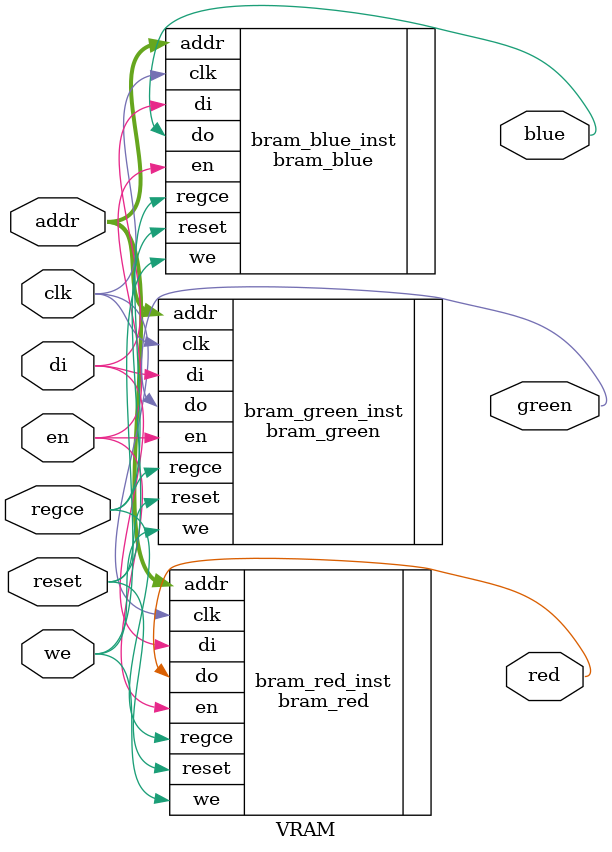
<source format=v>

module VRAM(clk, reset, addr, we, regce, en, di, red, green, blue);
input clk, reset, we, regce, en, di;
input [13:0] addr;
output red, green, blue;

 bram_red bram_red_inst      // genika i mnimi argei 1 periodo clk na vgalei output
 (
     .do(red),       // Output data, width defined by READ_WIDTH parameter
     .addr(addr),   // Input address, width defined by read/write port depth
     .clk(clk),     // 1-bit input clock
     .di(di),       // Input data port, width defined by WRITE_WIDTH parameter
     .en(en),       // 1-bit input RAM enable
     .regce(regce), // 1-bit input output register enable
     .reset(reset),     // 1-bit input reset
     .we(we)
 );

 bram_green bram_green_inst
 (
     .do(green),       // Output data, width defined by READ_WIDTH parameter
     .addr(addr),   // Input address, width defined by read/write port depth
     .clk(clk),     // 1-bit input clock
     .di(di),       // Input data port, width defined by WRITE_WIDTH parameter
     .en(en),       // 1-bit input RAM enable
     .regce(regce), // 1-bit input output register enable
     .reset(reset),     // 1-bit input reset
     .we(we)
 );

 bram_blue bram_blue_inst
 (
     .do(blue),       // Output data, width defined by READ_WIDTH parameter
     .addr(addr),   // Input address, width defined by read/write port depth
     .clk(clk),     // 1-bit input clock
     .di(di),       // Input data port, width defined by WRITE_WIDTH parameter
     .en(en),       // 1-bit input RAM enable
     .regce(regce), // 1-bit input output register enable
     .reset(reset),     // 1-bit input reset
     .we(we)
 );

endmodule
</source>
